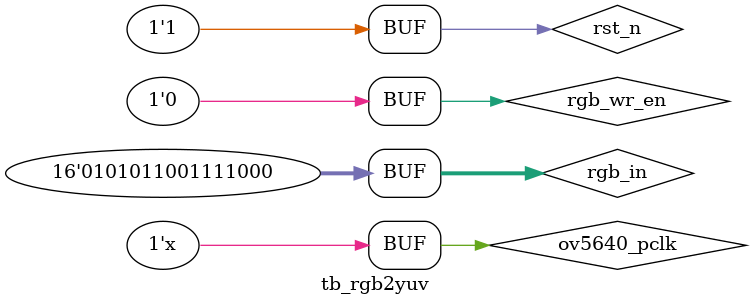
<source format=v>
`timescale  1ns/1ps
module  tb_rgb2yuv();

wire    [7:0]yuv_out;
wire    yuv_wr_en  ;


reg     ov5640_pclk     ;
reg     rgb_wr_en     ;
reg     rst_n   ;
reg     [15:0]rgb_in;

initial
    begin
	rst_n <= 1'b1;
	rgb_in <= 16'b0;
	ov5640_pclk <= 1'b1;
	rgb_wr_en <= 1'b0;
	#40
	rgb_wr_en <= 1'b1;
	rgb_in <= 16'h1234;
	#20
	rgb_wr_en <= 1'b0;
	#20
	rgb_wr_en <= 1'b1;
	rgb_in <= 16'h5678;
	#20
	rgb_wr_en <= 1'b0;
end

always  #10 ov5640_pclk =   ~ov5640_pclk;


rgb2yuv rgb2yuv_inst
(
	.sys_clk      (ov5640_pclk),   //ÊäÈë¹¤×÷Ê±ÖÓ,ÓëÉãÏñÍ·ÏñËØÊ±ÖÓÒ»ÖÂ
	.sys_rst_n    (rst_n), //ÊäÈë¸´Î»ÐÅºÅ,µÍµçÆ½ÓÐÐ§

	.rgb_wr_en    (rgb_wr_en),  //ÊäÈëÊý¾ÝÓÐÐ§Ê¹ÄÜÐÅºÅ
	.rgb_in       (rgb_in),//ÊäÈëRGB

	.yuv_wr_en    (yuv_wr_en),  //Êä³öÊý¾ÝÓÐÐ§Ê¹ÄÜÐÅºÅ
	.y_out      (yuv_out) //Êä³öYUV
);

endmodule
</source>
